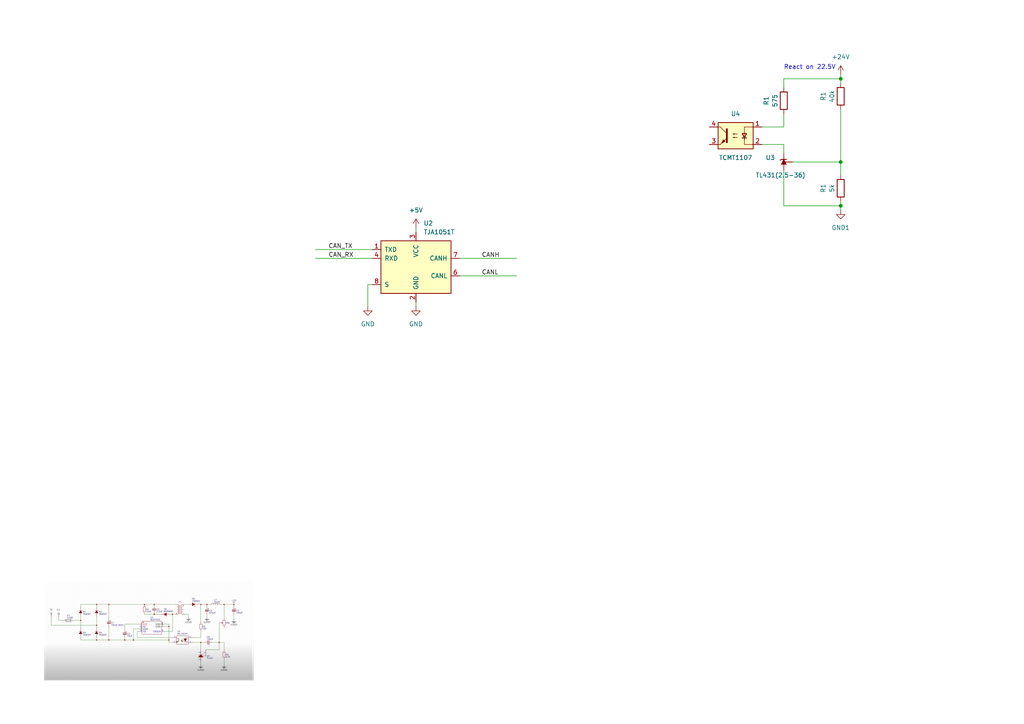
<source format=kicad_sch>
(kicad_sch (version 20230121) (generator eeschema)
  (paper "A4")
  (lib_symbols
    (symbol "Device:R" (pin_numbers hide) (pin_names (offset 0))
      (property "Reference" "R" (at 2.032 0 90))
      (property "Value" "R" (at 0 0 90))
      (symbol "R_0_1"
        (rectangle (start -1.016 -2.54) (end 1.016 2.54) (stroke (width 0.254)))
      )
      (symbol "R_1_1"
        (pin passive line (at 0 3.81 270) (length 1.27) (name "~") (number "1"))
        (pin passive line (at 0 -3.81 90) (length 1.27) (name "~") (number "2"))
      )
    )
    (symbol "Interface_CAN_LIN:TJA1051T" (pin_names (offset 1.016))
      (property "Reference" "U" (at -10.16 8.89 0))
      (property "Value" "TJA1051T" (at 1.27 8.89 0))
      (symbol "TJA1051T_0_1"
        (rectangle (start -10.16 7.62) (end 10.16 -7.62) (stroke (width 0.254)) (fill (type background)))
      )
      (symbol "TJA1051T_1_1"
        (pin input line (at -12.7 5.08 0) (length 2.54) (name "TXD") (number "1"))
        (pin power_in line (at 0 -10.16 90) (length 2.54) (name "GND") (number "2"))
        (pin power_in line (at 0 10.16 270) (length 2.54) (name "VCC") (number "3"))
        (pin output line (at -12.7 2.54 0) (length 2.54) (name "RXD") (number "4"))
        (pin no_connect line (at -10.16 -2.54 0) (length 2.54) hide (name "NC") (number "5"))
        (pin bidirectional line (at 12.7 -2.54 180) (length 2.54) (name "CANL") (number "6"))
        (pin bidirectional line (at 12.7 2.54 180) (length 2.54) (name "CANH") (number "7"))
        (pin input line (at -12.7 -5.08 0) (length 2.54) (name "S") (number "8"))
      )
    )
    (symbol "Isolator:TCMT1107" (pin_names (offset 1.016))
      (property "Reference" "U" (at 0 5.08 0))
      (property "Value" "TCMT1107" (at 0 -5.08 0))
      (symbol "TCMT1107_1_1"
        (rectangle (start -5.08 3.81) (end 5.08 -3.81) (stroke (width 0.254)) (fill (type background)))
        (polyline (pts (xy -3.175 -0.635) (xy -1.905 -0.635)) (stroke (width 0.254)))
        (polyline (pts (xy 2.54 0.635) (xy 4.445 2.54)))
        (polyline (pts (xy 4.445 -2.54) (xy 2.54 -0.635)) (fill (type outline)))
        (polyline (pts (xy 4.445 -2.54) (xy 5.08 -2.54)))
        (polyline (pts (xy 4.445 2.54) (xy 5.08 2.54)))
        (polyline (pts (xy -2.54 -0.635) (xy -2.54 -2.54) (xy -5.08 -2.54)))
        (polyline (pts (xy 2.54 1.905) (xy 2.54 -1.905) (xy 2.54 -1.905)) (stroke (width 0.508)))
        (polyline (pts (xy -5.08 2.54) (xy -2.54 2.54) (xy -2.54 -1.27) (xy -2.54 0.635)))
        (polyline (pts (xy -2.54 -0.635) (xy -3.175 0.635) (xy -1.905 0.635) (xy -2.54 -0.635)) (stroke (width 0.254)))
        (polyline (pts (xy -0.508 -0.508) (xy 0.762 -0.508) (xy 0.381 -0.635) (xy 0.381 -0.381) (xy 0.762 -0.508)))
        (polyline (pts (xy -0.508 0.508) (xy 0.762 0.508) (xy 0.381 0.381) (xy 0.381 0.635) (xy 0.762 0.508)))
        (polyline (pts (xy 3.048 -1.651) (xy 3.556 -1.143) (xy 4.064 -2.159) (xy 3.048 -1.651) (xy 3.048 -1.651)) (fill (type outline)))
        (pin passive line (at -7.62 2.54 0) (length 2.54) (name "~") (number "1"))
        (pin passive line (at -7.62 -2.54 0) (length 2.54) (name "~") (number "2"))
        (pin passive line (at 7.62 -2.54 180) (length 2.54) (name "~") (number "3"))
        (pin passive line (at 7.62 2.54 180) (length 2.54) (name "~") (number "4"))
      )
    )
    (symbol "Reference_Voltage:TL431DBZ" (pin_numbers hide) (pin_names hide)
      (property "Reference" "U" (at -2.54 2.54 0))
      (property "Value" "TL431DBZ" (at 0 -2.54 0))
      (symbol "TL431DBZ_0_1"
        (polyline (pts (xy -1.27 0) (xy 0 0) (xy 1.27 0)))
        (polyline (pts (xy -0.762 0.762) (xy 0.762 0) (xy -0.762 -0.762)) (fill (type outline)))
        (polyline (pts (xy 0.508 -1.016) (xy 0.762 -0.762) (xy 0.762 0.762) (xy 0.762 0.762)) (stroke (width 0.254)))
      )
      (symbol "TL431DBZ_1_1"
        (pin passive line (at 2.54 0 180) (length 2.54) (name "K") (number "1"))
        (pin passive line (at 0 2.54 270) (length 2.54) (name "REF") (number "2"))
        (pin passive line (at -2.54 0 0) (length 2.54) (name "A") (number "3"))
      )
    )
    (symbol "power:+24V" (power) (pin_names (offset 0))
      (property "Value" "+24V" (at 0 3.556 0))
      (symbol "+24V_0_1"
        (polyline (pts (xy -0.762 1.27) (xy 0 2.54)))
        (polyline (pts (xy 0 0) (xy 0 2.54)))
        (polyline (pts (xy 0 2.54) (xy 0.762 1.27)))
      )
      (symbol "+24V_1_1"
        (pin power_in line (at 0 0 90) (length 0) hide (name "+24V") (number "1"))
      )
    )
    (symbol "power:+5V" (power) (pin_names (offset 0))
      (property "Value" "+5V" (at 0 3.556 0))
      (symbol "+5V_0_1"
        (polyline (pts (xy -0.762 1.27) (xy 0 2.54)))
        (polyline (pts (xy 0 0) (xy 0 2.54)))
        (polyline (pts (xy 0 2.54) (xy 0.762 1.27)))
      )
      (symbol "+5V_1_1"
        (pin power_in line (at 0 0 90) (length 0) hide (name "+5V") (number "1"))
      )
    )
    (symbol "power:GND" (power) (pin_names (offset 0))
      (property "Value" "GND" (at 0 -3.81 0))
      (symbol "GND_0_1"
        (polyline (pts (xy 0 0) (xy 0 -1.27) (xy 1.27 -1.27) (xy 0 -2.54) (xy -1.27 -1.27) (xy 0 -1.27)))
      )
      (symbol "GND_1_1"
        (pin power_in line (at 0 0 270) (length 0) hide (name "GND") (number "1"))
      )
    )
    (symbol "power:GND1" (power) (pin_names (offset 0))
      (property "Value" "GND1" (at 0 -3.81 0))
      (symbol "GND1_0_1"
        (polyline (pts (xy 0 0) (xy 0 -1.27) (xy 1.27 -1.27) (xy 0 -2.54) (xy -1.27 -1.27) (xy 0 -1.27)))
      )
      (symbol "GND1_1_1"
        (pin power_in line (at 0 0 270) (length 0) hide (name "GND1") (number "1"))
      )
    )
  )
  (junction (at 243.84 22.86))
  (junction (at 243.84 59.69))
  (junction (at 243.84 46.99))
  (wire (pts (xy 227.33 41.91) (xy 227.33 44.45)))
  (wire (pts (xy 227.33 25.4) (xy 227.33 22.86)))
  (wire (pts (xy 106.68 88.9) (xy 106.68 82.55)))
  (wire (pts (xy 243.84 31.75) (xy 243.84 46.99)))
  (wire (pts (xy 220.98 36.83) (xy 227.33 36.83)))
  (wire (pts (xy 227.33 33.02) (xy 227.33 36.83)))
  (wire (pts (xy 227.33 49.53) (xy 227.33 59.69)))
  (wire (pts (xy 220.98 41.91) (xy 227.33 41.91)))
  (wire (pts (xy 120.65 87.63) (xy 120.65 88.9)))
  (wire (pts (xy 133.35 74.93) (xy 149.86 74.93)))
  (wire (pts (xy 243.84 21.59) (xy 243.84 22.86)))
  (wire (pts (xy 106.68 82.55) (xy 107.95 82.55)))
  (wire (pts (xy 227.33 22.86) (xy 243.84 22.86)))
  (wire (pts (xy 243.84 22.86) (xy 243.84 24.13)))
  (wire (pts (xy 91.44 72.39) (xy 107.95 72.39)))
  (wire (pts (xy 133.35 80.01) (xy 149.86 80.01)))
  (wire (pts (xy 243.84 46.99) (xy 243.84 50.8)))
  (wire (pts (xy 229.87 46.99) (xy 243.84 46.99)))
  (wire (pts (xy 120.65 66.04) (xy 120.65 67.31)))
  (wire (pts (xy 91.44 74.93) (xy 107.95 74.93)))
  (wire (pts (xy 243.84 58.42) (xy 243.84 59.69)))
  (wire (pts (xy 243.84 59.69) (xy 243.84 60.96)))
  (wire (pts (xy 227.33 59.69) (xy 243.84 59.69)))
  (image (at 43.18 182.88) (scale 0.387314))
  (text "React on 22.5V\n" (at 227.33 20.32 0) (effects (font (size 1.27 1.27)) (justify left bottom)))
  (label "CANL" (at 139.7 80.01 0))
  (label "CANH" (at 139.7 74.93 0))
  (label "CAN_RX" (at 95.25 74.93 0))
  (label "CAN_TX" (at 95.25 72.39 0))
  (symbol (lib_id "Interface_CAN_LIN:TJA1051T") (at 120.65 77.47 0) (unit 1)
    (property "Reference" "U2" (at 122.8441 64.77 0) (effects (justify left)))
    (property "Value" "TJA1051T" (at 122.8441 67.31 0) (effects (justify left)))
    (property "Footprint" "Package_SO:SOIC-8_3.9x4.9mm_P1.27mm" (effects hide))
    (property "Datasheet" "http://www.nxp.com/docs/en/data-sheet/TJA1051.pdf" (effects hide))
  )
  (symbol (lib_id "Device:R") (at 243.84 54.61 180) (unit 1)
    (property "Reference" "R1" (at 238.76 54.61 90))
    (property "Value" "5k" (at 241.3 54.61 90))
    (property "Footprint" "Resistor_SMD:R_0402_1005Metric" (effects hide))
    (instances (project "stm32f745-eth-can-sdram" (path "" (reference "R1") (unit 1)) (path "" (reference "R1") (unit 1)) (path "" (reference "R3") (unit 1))))
  )
  (symbol (lib_id "Reference_Voltage:TL431DBZ") (at 227.33 46.99 270) (mirror x) (unit 1)
    (property "Reference" "U3" (at 224.79 45.72 90) (effects (justify right)))
    (property "Value" "TL431(2.5-36)" (at 233.68 50.8 90) (effects (justify right)))
    (property "Footprint" "Package_TO_SOT_SMD:SOT-23" (effects hide))
    (property "Datasheet" "http://www.ti.com/lit/ds/symlink/tl431.pdf" (effects hide))
  )
  (symbol (lib_id "power:+24V") (at 243.84 21.59 0) (unit 1)
    (property "Reference" "#PWR018" (effects hide))
    (property "Value" "+24V" (at 243.84 16.51 0))
  )
  (symbol (lib_id "Isolator:TCMT1107") (at 213.36 39.37 0) (mirror y) (unit 1)
    (property "Reference" "U4" (at 213.36 33.02 0))
    (property "Value" "TCMT1107" (at 213.36 45.72 0))
    (property "Footprint" "Package_SO:SOP-4_4.4x2.6mm_P1.27mm" (effects hide))
    (property "Datasheet" "http://www.vishay.com/docs/83510/tcmt1100.pdf" (effects hide))
  )
  (symbol (lib_id "power:+5V") (at 120.65 66.04 0) (unit 1)
    (property "Reference" "#PWR014" (effects hide))
    (property "Value" "+5V" (at 120.65 60.96 0))
  )
  (symbol (lib_id "Device:R") (at 243.84 27.94 180) (unit 1)
    (property "Reference" "R1" (at 238.76 27.94 90))
    (property "Value" "40k" (at 241.3 27.94 90))
    (property "Footprint" "Resistor_SMD:R_0402_1005Metric" (effects hide))
    (instances (project "stm32f745-eth-can-sdram" (path "" (reference "R1") (unit 1)) (path "" (reference "R1") (unit 1)) (path "" (reference "R2") (unit 1))))
  )
  (symbol (lib_id "Device:R") (at 227.33 29.21 180) (unit 1)
    (property "Reference" "R1" (at 222.25 29.21 90))
    (property "Value" "575" (at 224.79 29.21 90))
    (property "Footprint" "Resistor_SMD:R_0402_1005Metric" (effects hide))
    (instances (project "stm32f745-eth-can-sdram" (path "" (reference "R1") (unit 1)) (path "" (reference "R1") (unit 1)) (path "" (reference "R4") (unit 1))))
  )
  (symbol (lib_id "power:GND1") (at 243.84 60.96 0) (unit 1)
    (property "Reference" "#PWR017" (effects hide))
    (property "Value" "GND1" (at 243.84 66.04 0))
  )
  (symbol (lib_id "power:GND") (at 106.68 88.9 0) (unit 1)
    (property "Reference" "#PWR012" (effects hide))
    (property "Value" "GND" (at 106.68 93.98 0))
  )
  (symbol (lib_id "power:GND") (at 120.65 88.9 0) (unit 1)
    (property "Reference" "#PWR013" (effects hide))
    (property "Value" "GND" (at 120.65 93.98 0))
  )
)
</source>
